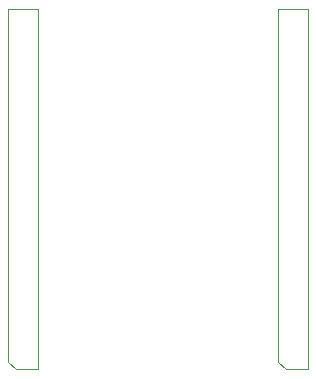
<source format=gbr>
%TF.GenerationSoftware,KiCad,Pcbnew,(5.1.9)-1*%
%TF.CreationDate,2021-12-13T23:40:31+01:00*%
%TF.ProjectId,e18sock,65313873-6f63-46b2-9e6b-696361645f70,rev?*%
%TF.SameCoordinates,Original*%
%TF.FileFunction,Other,Fab,Bot*%
%FSLAX46Y46*%
G04 Gerber Fmt 4.6, Leading zero omitted, Abs format (unit mm)*
G04 Created by KiCad (PCBNEW (5.1.9)-1) date 2021-12-13 23:40:31*
%MOMM*%
%LPD*%
G01*
G04 APERTURE LIST*
%ADD10C,0.100000*%
%ADD11C,0.150000*%
G04 APERTURE END LIST*
D10*
%TO.C, *%
X138430000Y-64135000D02*
X139065000Y-64770000D01*
X138430000Y-34290000D02*
X138430000Y-64135000D01*
X140970000Y-34290000D02*
X138430000Y-34290000D01*
X140970000Y-64770000D02*
X140970000Y-34290000D01*
X139065000Y-64770000D02*
X140970000Y-64770000D01*
X115570000Y-64135000D02*
X116205000Y-64770000D01*
X115570000Y-34290000D02*
X115570000Y-64135000D01*
X118110000Y-34290000D02*
X115570000Y-34290000D01*
X118110000Y-64770000D02*
X118110000Y-34290000D01*
X116205000Y-64770000D02*
X118110000Y-64770000D01*
%TD*%
%TO.C, *%
D11*
%TD*%
M02*

</source>
